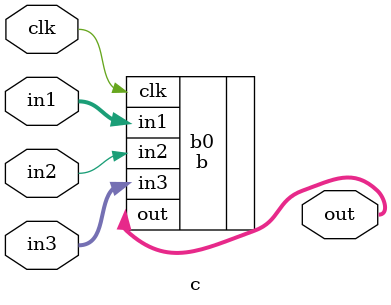
<source format=v>
`include "defines.v"

module c(in1,
         in2,
         in3,
         out,
         clk);
// Location of source csl unit: file name = multiple_units3.csl line number = 28
  input [3 - 1:0] in1;
  input in2;
  input [6 - 1:0] in3;
  input clk;
  output [3 - 1:0] out;
  b b0(.clk(clk),
       .in1(in1),
       .in2(in2),
       .in3(in3),
       .out(out));
  `include "c.logic.vh"
endmodule


</source>
